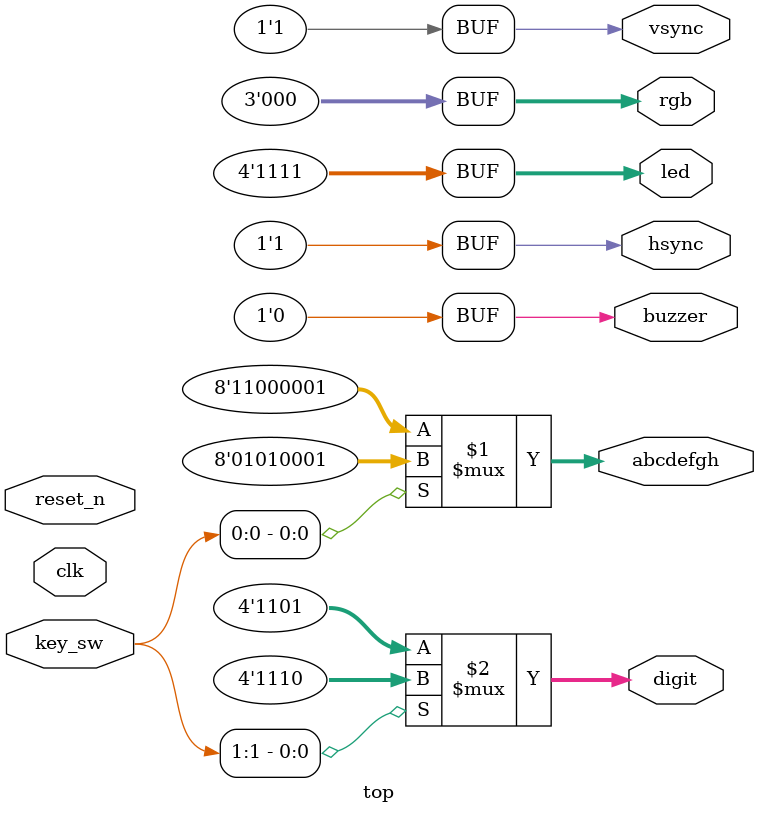
<source format=sv>
module top
(
    input        clk,
    input        reset_n,
    
    input  [3:0] key_sw,
    output [3:0] led,

    output [7:0] abcdefgh,
    output [3:0] digit,

    output       buzzer,

    output       hsync,
    output       vsync,
    output [2:0] rgb
);

    assign led    = 4'hf;
    assign buzzer = 1'b0;
    assign hsync  = 1'b1;
    assign vsync  = 1'b1;
    assign rgb    = 3'b0;

    //   --a--
    //  |     |
    //  f     b
    //  |     |
    //   --g--
    //  |     |
    //  e     c
    //  |     |
    //   --d--  h
    //
    //  0 means light

    typedef enum bit [7:0]
    {
        A = 8'b00010001,
        B = 8'b11000001,
        C = 8'b01100011,
        K = 8'b01010001,
        U = 8'b10000011
    }
    seven_seg_encoding_e;

    assign abcdefgh = key_sw [0] ? K : B;
    assign digit    = key_sw [1] ? 4'b1110 : 4'b1101;

    // Exercise 1: Display the first letters
    // of your first name and last name instead.

    // assign abcdefgh = ...
    // assign digit    = ...

    // Exercise 2: Display letters of a 4-character word
    // using this code to display letter of AUCA as an example

    /*
    seven_seg_encoding_e letter;
    
    always_comb
      case (key_sw)
      4'b0111: letter = A;
      4'b1011: letter = U;
      4'b1101: letter = C;
      4'b1110: letter = A;
      default: letter = K;
      endcase
      
    assign abcdefgh = letter;
    assign digit    = key_sw == 4'b1111 ? 4'b0000 : key_sw;
    */

endmodule

</source>
